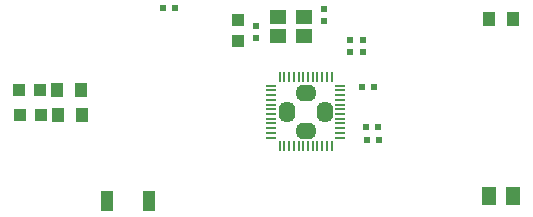
<source format=gbr>
G04 #@! TF.GenerationSoftware,KiCad,Pcbnew,5.99.0-unknown-efbc802~86~ubuntu18.04.1*
G04 #@! TF.CreationDate,2019-09-12T13:39:22+03:00*
G04 #@! TF.ProjectId,USB-GIGABIT_Rev_C,5553422d-4749-4474-9142-49545f526576,rev?*
G04 #@! TF.SameCoordinates,Original*
G04 #@! TF.FileFunction,Paste,Top*
G04 #@! TF.FilePolarity,Positive*
%FSLAX46Y46*%
G04 Gerber Fmt 4.6, Leading zero omitted, Abs format (unit mm)*
G04 Created by KiCad (PCBNEW 5.99.0-unknown-efbc802~86~ubuntu18.04.1) date 2019-09-12 13:39:22*
%MOMM*%
%LPD*%
G04 APERTURE LIST*
%ADD10O,1.800000X1.400000*%
%ADD11O,1.400000X1.800000*%
%ADD12R,0.211000X0.811000*%
%ADD13R,0.811000X0.211000*%
%ADD14R,0.500000X0.550000*%
%ADD15R,1.050000X1.270000*%
%ADD16R,0.550000X0.500000*%
%ADD17R,1.016000X1.778000*%
%ADD18R,1.270000X1.524000*%
%ADD19R,1.016000X1.016000*%
%ADD20R,1.400000X1.200000*%
G04 APERTURE END LIST*
D10*
X83500000Y-72005500D03*
X83500000Y-68805500D03*
D11*
X85100000Y-70405500D03*
X81900000Y-70405500D03*
D12*
X81300000Y-67485500D03*
X81700000Y-67485500D03*
X82100000Y-67485500D03*
X82500000Y-67485500D03*
X82900000Y-67485500D03*
X83300000Y-67485500D03*
X83700000Y-67485500D03*
X84100000Y-67485500D03*
X84500000Y-67485500D03*
X84900000Y-67485500D03*
X85300000Y-67485500D03*
X85700000Y-67485500D03*
D13*
X86420000Y-68205500D03*
X86420000Y-68605500D03*
X86420000Y-69005500D03*
X86420000Y-69405500D03*
X86420000Y-69805500D03*
X86420000Y-70205500D03*
X86420000Y-70605500D03*
X86420000Y-71005500D03*
X86420000Y-71405500D03*
X86420000Y-71805500D03*
X86420000Y-72205500D03*
X86420000Y-72605500D03*
D12*
X85700000Y-73325500D03*
X85300000Y-73325500D03*
X84900000Y-73325500D03*
X84500000Y-73325500D03*
X84100000Y-73325500D03*
X83700000Y-73325500D03*
X83300000Y-73325500D03*
X82900000Y-73325500D03*
X82500000Y-73325500D03*
X82100000Y-73325500D03*
X81700000Y-73325500D03*
X81300000Y-73325500D03*
D13*
X80580000Y-72605500D03*
X80580000Y-72205500D03*
X80580000Y-71805500D03*
X80580000Y-71405500D03*
X80580000Y-71005500D03*
X80580000Y-70605500D03*
X80580000Y-70205500D03*
X80580000Y-69805500D03*
X80580000Y-69405500D03*
X80580000Y-69005500D03*
X80580000Y-68605500D03*
X80580000Y-68205500D03*
D14*
X89331800Y-68338700D03*
X88315800Y-68338700D03*
X88642000Y-71750000D03*
X89658000Y-71750000D03*
D15*
X62484000Y-68541900D03*
X64516000Y-68541900D03*
X62509400Y-70675500D03*
X64541400Y-70675500D03*
X98996500Y-62547500D03*
X101028500Y-62547500D03*
D14*
X72461500Y-61642500D03*
X71445500Y-61642500D03*
D16*
X85098000Y-62722000D03*
X85098000Y-61706000D03*
X79319500Y-63166500D03*
X79319500Y-64182500D03*
D17*
X70278000Y-78000000D03*
X66722000Y-78000000D03*
D14*
X89695400Y-72800000D03*
X88679400Y-72800000D03*
D18*
X98996500Y-77533500D03*
X101028500Y-77533500D03*
D19*
X77795500Y-62658500D03*
X77795500Y-64436500D03*
D16*
X88350000Y-65358000D03*
X88350000Y-64342000D03*
X87249000Y-65358000D03*
X87249000Y-64342000D03*
D19*
X61074300Y-70688200D03*
X59296300Y-70688200D03*
X60985400Y-68541900D03*
X59207400Y-68541900D03*
D20*
X81132500Y-62369800D03*
X83332500Y-63969800D03*
X83332500Y-62369800D03*
X81132500Y-63969800D03*
M02*

</source>
